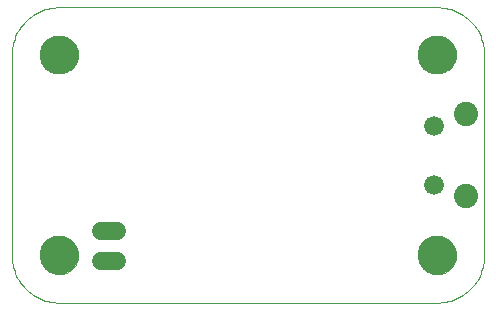
<source format=gbs>
G75*
G70*
%OFA0B0*%
%FSLAX24Y24*%
%IPPOS*%
%LPD*%
%AMOC8*
5,1,8,0,0,1.08239X$1,22.5*
%
%ADD10C,0.0000*%
%ADD11C,0.1300*%
%ADD12C,0.0600*%
%ADD13C,0.0808*%
%ADD14C,0.0660*%
D10*
X001775Y000200D02*
X014373Y000200D01*
X013743Y001775D02*
X013745Y001825D01*
X013751Y001875D01*
X013761Y001924D01*
X013775Y001972D01*
X013792Y002019D01*
X013813Y002064D01*
X013838Y002108D01*
X013866Y002149D01*
X013898Y002188D01*
X013932Y002225D01*
X013969Y002259D01*
X014009Y002289D01*
X014051Y002316D01*
X014095Y002340D01*
X014141Y002361D01*
X014188Y002377D01*
X014236Y002390D01*
X014286Y002399D01*
X014335Y002404D01*
X014386Y002405D01*
X014436Y002402D01*
X014485Y002395D01*
X014534Y002384D01*
X014582Y002369D01*
X014628Y002351D01*
X014673Y002329D01*
X014716Y002303D01*
X014757Y002274D01*
X014796Y002242D01*
X014832Y002207D01*
X014864Y002169D01*
X014894Y002129D01*
X014921Y002086D01*
X014944Y002042D01*
X014963Y001996D01*
X014979Y001948D01*
X014991Y001899D01*
X014999Y001850D01*
X015003Y001800D01*
X015003Y001750D01*
X014999Y001700D01*
X014991Y001651D01*
X014979Y001602D01*
X014963Y001554D01*
X014944Y001508D01*
X014921Y001464D01*
X014894Y001421D01*
X014864Y001381D01*
X014832Y001343D01*
X014796Y001308D01*
X014757Y001276D01*
X014716Y001247D01*
X014673Y001221D01*
X014628Y001199D01*
X014582Y001181D01*
X014534Y001166D01*
X014485Y001155D01*
X014436Y001148D01*
X014386Y001145D01*
X014335Y001146D01*
X014286Y001151D01*
X014236Y001160D01*
X014188Y001173D01*
X014141Y001189D01*
X014095Y001210D01*
X014051Y001234D01*
X014009Y001261D01*
X013969Y001291D01*
X013932Y001325D01*
X013898Y001362D01*
X013866Y001401D01*
X013838Y001442D01*
X013813Y001486D01*
X013792Y001531D01*
X013775Y001578D01*
X013761Y001626D01*
X013751Y001675D01*
X013745Y001725D01*
X013743Y001775D01*
X014373Y000200D02*
X014450Y000202D01*
X014527Y000208D01*
X014604Y000217D01*
X014680Y000230D01*
X014756Y000247D01*
X014830Y000268D01*
X014904Y000292D01*
X014976Y000320D01*
X015046Y000351D01*
X015115Y000386D01*
X015183Y000424D01*
X015248Y000465D01*
X015311Y000510D01*
X015372Y000558D01*
X015431Y000608D01*
X015487Y000661D01*
X015540Y000717D01*
X015590Y000776D01*
X015638Y000837D01*
X015683Y000900D01*
X015724Y000965D01*
X015762Y001033D01*
X015797Y001102D01*
X015828Y001172D01*
X015856Y001244D01*
X015880Y001318D01*
X015901Y001392D01*
X015918Y001468D01*
X015931Y001544D01*
X015940Y001621D01*
X015946Y001698D01*
X015948Y001775D01*
X015948Y008468D01*
X013743Y008468D02*
X013745Y008518D01*
X013751Y008568D01*
X013761Y008617D01*
X013775Y008665D01*
X013792Y008712D01*
X013813Y008757D01*
X013838Y008801D01*
X013866Y008842D01*
X013898Y008881D01*
X013932Y008918D01*
X013969Y008952D01*
X014009Y008982D01*
X014051Y009009D01*
X014095Y009033D01*
X014141Y009054D01*
X014188Y009070D01*
X014236Y009083D01*
X014286Y009092D01*
X014335Y009097D01*
X014386Y009098D01*
X014436Y009095D01*
X014485Y009088D01*
X014534Y009077D01*
X014582Y009062D01*
X014628Y009044D01*
X014673Y009022D01*
X014716Y008996D01*
X014757Y008967D01*
X014796Y008935D01*
X014832Y008900D01*
X014864Y008862D01*
X014894Y008822D01*
X014921Y008779D01*
X014944Y008735D01*
X014963Y008689D01*
X014979Y008641D01*
X014991Y008592D01*
X014999Y008543D01*
X015003Y008493D01*
X015003Y008443D01*
X014999Y008393D01*
X014991Y008344D01*
X014979Y008295D01*
X014963Y008247D01*
X014944Y008201D01*
X014921Y008157D01*
X014894Y008114D01*
X014864Y008074D01*
X014832Y008036D01*
X014796Y008001D01*
X014757Y007969D01*
X014716Y007940D01*
X014673Y007914D01*
X014628Y007892D01*
X014582Y007874D01*
X014534Y007859D01*
X014485Y007848D01*
X014436Y007841D01*
X014386Y007838D01*
X014335Y007839D01*
X014286Y007844D01*
X014236Y007853D01*
X014188Y007866D01*
X014141Y007882D01*
X014095Y007903D01*
X014051Y007927D01*
X014009Y007954D01*
X013969Y007984D01*
X013932Y008018D01*
X013898Y008055D01*
X013866Y008094D01*
X013838Y008135D01*
X013813Y008179D01*
X013792Y008224D01*
X013775Y008271D01*
X013761Y008319D01*
X013751Y008368D01*
X013745Y008418D01*
X013743Y008468D01*
X014373Y010043D02*
X014450Y010041D01*
X014527Y010035D01*
X014604Y010026D01*
X014680Y010013D01*
X014756Y009996D01*
X014830Y009975D01*
X014904Y009951D01*
X014976Y009923D01*
X015046Y009892D01*
X015115Y009857D01*
X015183Y009819D01*
X015248Y009778D01*
X015311Y009733D01*
X015372Y009685D01*
X015431Y009635D01*
X015487Y009582D01*
X015540Y009526D01*
X015590Y009467D01*
X015638Y009406D01*
X015683Y009343D01*
X015724Y009278D01*
X015762Y009210D01*
X015797Y009141D01*
X015828Y009071D01*
X015856Y008999D01*
X015880Y008925D01*
X015901Y008851D01*
X015918Y008775D01*
X015931Y008699D01*
X015940Y008622D01*
X015946Y008545D01*
X015948Y008468D01*
X014373Y010043D02*
X001775Y010043D01*
X001145Y008468D02*
X001147Y008518D01*
X001153Y008568D01*
X001163Y008617D01*
X001177Y008665D01*
X001194Y008712D01*
X001215Y008757D01*
X001240Y008801D01*
X001268Y008842D01*
X001300Y008881D01*
X001334Y008918D01*
X001371Y008952D01*
X001411Y008982D01*
X001453Y009009D01*
X001497Y009033D01*
X001543Y009054D01*
X001590Y009070D01*
X001638Y009083D01*
X001688Y009092D01*
X001737Y009097D01*
X001788Y009098D01*
X001838Y009095D01*
X001887Y009088D01*
X001936Y009077D01*
X001984Y009062D01*
X002030Y009044D01*
X002075Y009022D01*
X002118Y008996D01*
X002159Y008967D01*
X002198Y008935D01*
X002234Y008900D01*
X002266Y008862D01*
X002296Y008822D01*
X002323Y008779D01*
X002346Y008735D01*
X002365Y008689D01*
X002381Y008641D01*
X002393Y008592D01*
X002401Y008543D01*
X002405Y008493D01*
X002405Y008443D01*
X002401Y008393D01*
X002393Y008344D01*
X002381Y008295D01*
X002365Y008247D01*
X002346Y008201D01*
X002323Y008157D01*
X002296Y008114D01*
X002266Y008074D01*
X002234Y008036D01*
X002198Y008001D01*
X002159Y007969D01*
X002118Y007940D01*
X002075Y007914D01*
X002030Y007892D01*
X001984Y007874D01*
X001936Y007859D01*
X001887Y007848D01*
X001838Y007841D01*
X001788Y007838D01*
X001737Y007839D01*
X001688Y007844D01*
X001638Y007853D01*
X001590Y007866D01*
X001543Y007882D01*
X001497Y007903D01*
X001453Y007927D01*
X001411Y007954D01*
X001371Y007984D01*
X001334Y008018D01*
X001300Y008055D01*
X001268Y008094D01*
X001240Y008135D01*
X001215Y008179D01*
X001194Y008224D01*
X001177Y008271D01*
X001163Y008319D01*
X001153Y008368D01*
X001147Y008418D01*
X001145Y008468D01*
X000200Y008468D02*
X000202Y008545D01*
X000208Y008622D01*
X000217Y008699D01*
X000230Y008775D01*
X000247Y008851D01*
X000268Y008925D01*
X000292Y008999D01*
X000320Y009071D01*
X000351Y009141D01*
X000386Y009210D01*
X000424Y009278D01*
X000465Y009343D01*
X000510Y009406D01*
X000558Y009467D01*
X000608Y009526D01*
X000661Y009582D01*
X000717Y009635D01*
X000776Y009685D01*
X000837Y009733D01*
X000900Y009778D01*
X000965Y009819D01*
X001033Y009857D01*
X001102Y009892D01*
X001172Y009923D01*
X001244Y009951D01*
X001318Y009975D01*
X001392Y009996D01*
X001468Y010013D01*
X001544Y010026D01*
X001621Y010035D01*
X001698Y010041D01*
X001775Y010043D01*
X000200Y008468D02*
X000200Y001775D01*
X001145Y001775D02*
X001147Y001825D01*
X001153Y001875D01*
X001163Y001924D01*
X001177Y001972D01*
X001194Y002019D01*
X001215Y002064D01*
X001240Y002108D01*
X001268Y002149D01*
X001300Y002188D01*
X001334Y002225D01*
X001371Y002259D01*
X001411Y002289D01*
X001453Y002316D01*
X001497Y002340D01*
X001543Y002361D01*
X001590Y002377D01*
X001638Y002390D01*
X001688Y002399D01*
X001737Y002404D01*
X001788Y002405D01*
X001838Y002402D01*
X001887Y002395D01*
X001936Y002384D01*
X001984Y002369D01*
X002030Y002351D01*
X002075Y002329D01*
X002118Y002303D01*
X002159Y002274D01*
X002198Y002242D01*
X002234Y002207D01*
X002266Y002169D01*
X002296Y002129D01*
X002323Y002086D01*
X002346Y002042D01*
X002365Y001996D01*
X002381Y001948D01*
X002393Y001899D01*
X002401Y001850D01*
X002405Y001800D01*
X002405Y001750D01*
X002401Y001700D01*
X002393Y001651D01*
X002381Y001602D01*
X002365Y001554D01*
X002346Y001508D01*
X002323Y001464D01*
X002296Y001421D01*
X002266Y001381D01*
X002234Y001343D01*
X002198Y001308D01*
X002159Y001276D01*
X002118Y001247D01*
X002075Y001221D01*
X002030Y001199D01*
X001984Y001181D01*
X001936Y001166D01*
X001887Y001155D01*
X001838Y001148D01*
X001788Y001145D01*
X001737Y001146D01*
X001688Y001151D01*
X001638Y001160D01*
X001590Y001173D01*
X001543Y001189D01*
X001497Y001210D01*
X001453Y001234D01*
X001411Y001261D01*
X001371Y001291D01*
X001334Y001325D01*
X001300Y001362D01*
X001268Y001401D01*
X001240Y001442D01*
X001215Y001486D01*
X001194Y001531D01*
X001177Y001578D01*
X001163Y001626D01*
X001153Y001675D01*
X001147Y001725D01*
X001145Y001775D01*
X000200Y001775D02*
X000202Y001698D01*
X000208Y001621D01*
X000217Y001544D01*
X000230Y001468D01*
X000247Y001392D01*
X000268Y001318D01*
X000292Y001244D01*
X000320Y001172D01*
X000351Y001102D01*
X000386Y001033D01*
X000424Y000965D01*
X000465Y000900D01*
X000510Y000837D01*
X000558Y000776D01*
X000608Y000717D01*
X000661Y000661D01*
X000717Y000608D01*
X000776Y000558D01*
X000837Y000510D01*
X000900Y000465D01*
X000965Y000424D01*
X001033Y000386D01*
X001102Y000351D01*
X001172Y000320D01*
X001244Y000292D01*
X001318Y000268D01*
X001392Y000247D01*
X001468Y000230D01*
X001544Y000217D01*
X001621Y000208D01*
X001698Y000202D01*
X001775Y000200D01*
D11*
X001775Y001775D03*
X001775Y008468D03*
X014373Y008468D03*
X014373Y001775D03*
D12*
X003718Y001584D02*
X003158Y001584D01*
X003158Y002584D02*
X003718Y002584D01*
D13*
X015338Y003739D03*
X015338Y006495D03*
D14*
X014275Y006102D03*
X014275Y004133D03*
M02*

</source>
